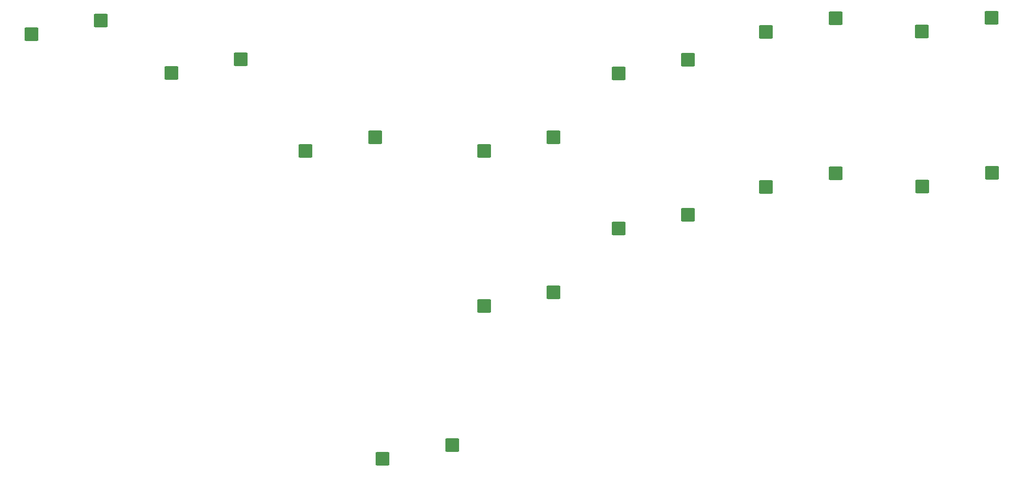
<source format=gbr>
%TF.GenerationSoftware,KiCad,Pcbnew,7.0.5*%
%TF.CreationDate,2023-08-06T18:29:22-05:00*%
%TF.ProjectId,Box,426f782e-6b69-4636-9164-5f7063625858,rev?*%
%TF.SameCoordinates,Original*%
%TF.FileFunction,Paste,Bot*%
%TF.FilePolarity,Positive*%
%FSLAX46Y46*%
G04 Gerber Fmt 4.6, Leading zero omitted, Abs format (unit mm)*
G04 Created by KiCad (PCBNEW 7.0.5) date 2023-08-06 18:29:22*
%MOMM*%
%LPD*%
G01*
G04 APERTURE LIST*
G04 Aperture macros list*
%AMRoundRect*
0 Rectangle with rounded corners*
0 $1 Rounding radius*
0 $2 $3 $4 $5 $6 $7 $8 $9 X,Y pos of 4 corners*
0 Add a 4 corners polygon primitive as box body*
4,1,4,$2,$3,$4,$5,$6,$7,$8,$9,$2,$3,0*
0 Add four circle primitives for the rounded corners*
1,1,$1+$1,$2,$3*
1,1,$1+$1,$4,$5*
1,1,$1+$1,$6,$7*
1,1,$1+$1,$8,$9*
0 Add four rect primitives between the rounded corners*
20,1,$1+$1,$2,$3,$4,$5,0*
20,1,$1+$1,$4,$5,$6,$7,0*
20,1,$1+$1,$6,$7,$8,$9,0*
20,1,$1+$1,$8,$9,$2,$3,0*%
G04 Aperture macros list end*
%ADD10RoundRect,0.200000X-1.075000X-1.050000X1.075000X-1.050000X1.075000X1.050000X-1.075000X1.050000X0*%
G04 APERTURE END LIST*
D10*
%TO.C,J5*%
X120345000Y-134770000D03*
X133272000Y-132230000D03*
%TD*%
%TO.C,J12*%
X220540000Y-55440000D03*
X233467000Y-52900000D03*
%TD*%
%TO.C,J4*%
X220590000Y-84200000D03*
X233517000Y-81660000D03*
%TD*%
%TO.C,J7*%
X55103000Y-55940000D03*
X68030000Y-53400000D03*
%TD*%
%TO.C,J10*%
X164165000Y-63170000D03*
X177092000Y-60630000D03*
%TD*%
%TO.C,J2*%
X164175000Y-91970000D03*
X177102000Y-89430000D03*
%TD*%
%TO.C,J1*%
X139185000Y-106350000D03*
X152112000Y-103810000D03*
%TD*%
%TO.C,J3*%
X191565000Y-84290000D03*
X204492000Y-81750000D03*
%TD*%
%TO.C,J11*%
X191565000Y-55500000D03*
X204492000Y-52960000D03*
%TD*%
%TO.C,J9*%
X139185000Y-77580000D03*
X152112000Y-75040000D03*
%TD*%
%TO.C,J6*%
X81115000Y-63150000D03*
X94042000Y-60610000D03*
%TD*%
%TO.C,J8*%
X106045000Y-77620000D03*
X118972000Y-75080000D03*
%TD*%
M02*

</source>
